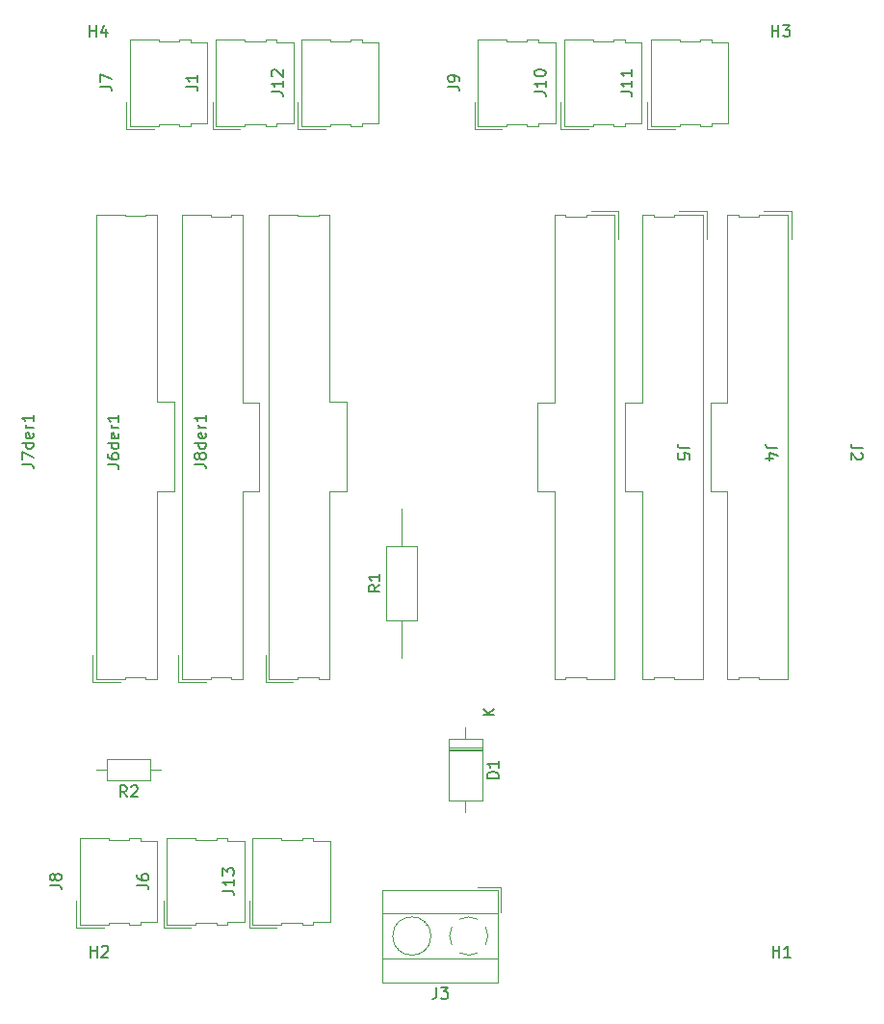
<source format=gbr>
%TF.GenerationSoftware,KiCad,Pcbnew,6.0.7+dfsg-1+b1*%
%TF.CreationDate,2022-11-15T08:53:55-05:00*%
%TF.ProjectId,esp32,65737033-322e-46b6-9963-61645f706362,rev?*%
%TF.SameCoordinates,Original*%
%TF.FileFunction,Legend,Top*%
%TF.FilePolarity,Positive*%
%FSLAX46Y46*%
G04 Gerber Fmt 4.6, Leading zero omitted, Abs format (unit mm)*
G04 Created by KiCad (PCBNEW 6.0.7+dfsg-1+b1) date 2022-11-15 08:53:55*
%MOMM*%
%LPD*%
G01*
G04 APERTURE LIST*
%ADD10C,0.150000*%
%ADD11C,0.120000*%
G04 APERTURE END LIST*
D10*
%TO.C,R1*%
X134682380Y-113946666D02*
X134206190Y-114280000D01*
X134682380Y-114518095D02*
X133682380Y-114518095D01*
X133682380Y-114137142D01*
X133730000Y-114041904D01*
X133777619Y-113994285D01*
X133872857Y-113946666D01*
X134015714Y-113946666D01*
X134110952Y-113994285D01*
X134158571Y-114041904D01*
X134206190Y-114137142D01*
X134206190Y-114518095D01*
X134682380Y-112994285D02*
X134682380Y-113565714D01*
X134682380Y-113280000D02*
X133682380Y-113280000D01*
X133825238Y-113375238D01*
X133920476Y-113470476D01*
X133968095Y-113565714D01*
%TO.C,J10*%
X148269880Y-70609523D02*
X148984166Y-70609523D01*
X149127023Y-70657142D01*
X149222261Y-70752380D01*
X149269880Y-70895238D01*
X149269880Y-70990476D01*
X149269880Y-69609523D02*
X149269880Y-70180952D01*
X149269880Y-69895238D02*
X148269880Y-69895238D01*
X148412738Y-69990476D01*
X148507976Y-70085714D01*
X148555595Y-70180952D01*
X148269880Y-68990476D02*
X148269880Y-68895238D01*
X148317500Y-68800000D01*
X148365119Y-68752380D01*
X148460357Y-68704761D01*
X148650833Y-68657142D01*
X148888928Y-68657142D01*
X149079404Y-68704761D01*
X149174642Y-68752380D01*
X149222261Y-68800000D01*
X149269880Y-68895238D01*
X149269880Y-68990476D01*
X149222261Y-69085714D01*
X149174642Y-69133333D01*
X149079404Y-69180952D01*
X148888928Y-69228571D01*
X148650833Y-69228571D01*
X148460357Y-69180952D01*
X148365119Y-69133333D01*
X148317500Y-69085714D01*
X148269880Y-68990476D01*
%TO.C,J12*%
X125152380Y-70609523D02*
X125866666Y-70609523D01*
X126009523Y-70657142D01*
X126104761Y-70752380D01*
X126152380Y-70895238D01*
X126152380Y-70990476D01*
X126152380Y-69609523D02*
X126152380Y-70180952D01*
X126152380Y-69895238D02*
X125152380Y-69895238D01*
X125295238Y-69990476D01*
X125390476Y-70085714D01*
X125438095Y-70180952D01*
X125247619Y-69228571D02*
X125200000Y-69180952D01*
X125152380Y-69085714D01*
X125152380Y-68847619D01*
X125200000Y-68752380D01*
X125247619Y-68704761D01*
X125342857Y-68657142D01*
X125438095Y-68657142D01*
X125580952Y-68704761D01*
X126152380Y-69276190D01*
X126152380Y-68657142D01*
%TO.C,R2*%
X112433333Y-132572380D02*
X112100000Y-132096190D01*
X111861904Y-132572380D02*
X111861904Y-131572380D01*
X112242857Y-131572380D01*
X112338095Y-131620000D01*
X112385714Y-131667619D01*
X112433333Y-131762857D01*
X112433333Y-131905714D01*
X112385714Y-132000952D01*
X112338095Y-132048571D01*
X112242857Y-132096190D01*
X111861904Y-132096190D01*
X112814285Y-131667619D02*
X112861904Y-131620000D01*
X112957142Y-131572380D01*
X113195238Y-131572380D01*
X113290476Y-131620000D01*
X113338095Y-131667619D01*
X113385714Y-131762857D01*
X113385714Y-131858095D01*
X113338095Y-132000952D01*
X112766666Y-132572380D01*
X113385714Y-132572380D01*
%TO.C,J6der1*%
X110739880Y-103350000D02*
X111454166Y-103350000D01*
X111597023Y-103397619D01*
X111692261Y-103492857D01*
X111739880Y-103635714D01*
X111739880Y-103730952D01*
X110739880Y-102445238D02*
X110739880Y-102635714D01*
X110787500Y-102730952D01*
X110835119Y-102778571D01*
X110977976Y-102873809D01*
X111168452Y-102921428D01*
X111549404Y-102921428D01*
X111644642Y-102873809D01*
X111692261Y-102826190D01*
X111739880Y-102730952D01*
X111739880Y-102540476D01*
X111692261Y-102445238D01*
X111644642Y-102397619D01*
X111549404Y-102350000D01*
X111311309Y-102350000D01*
X111216071Y-102397619D01*
X111168452Y-102445238D01*
X111120833Y-102540476D01*
X111120833Y-102730952D01*
X111168452Y-102826190D01*
X111216071Y-102873809D01*
X111311309Y-102921428D01*
X111739880Y-101492857D02*
X110739880Y-101492857D01*
X111692261Y-101492857D02*
X111739880Y-101588095D01*
X111739880Y-101778571D01*
X111692261Y-101873809D01*
X111644642Y-101921428D01*
X111549404Y-101969047D01*
X111263690Y-101969047D01*
X111168452Y-101921428D01*
X111120833Y-101873809D01*
X111073214Y-101778571D01*
X111073214Y-101588095D01*
X111120833Y-101492857D01*
X111692261Y-100635714D02*
X111739880Y-100730952D01*
X111739880Y-100921428D01*
X111692261Y-101016666D01*
X111597023Y-101064285D01*
X111216071Y-101064285D01*
X111120833Y-101016666D01*
X111073214Y-100921428D01*
X111073214Y-100730952D01*
X111120833Y-100635714D01*
X111216071Y-100588095D01*
X111311309Y-100588095D01*
X111406547Y-101064285D01*
X111739880Y-100159523D02*
X111073214Y-100159523D01*
X111263690Y-100159523D02*
X111168452Y-100111904D01*
X111120833Y-100064285D01*
X111073214Y-99969047D01*
X111073214Y-99873809D01*
X111739880Y-99016666D02*
X111739880Y-99588095D01*
X111739880Y-99302380D02*
X110739880Y-99302380D01*
X110882738Y-99397619D01*
X110977976Y-99492857D01*
X111025595Y-99588095D01*
%TO.C,J9*%
X140669880Y-70133333D02*
X141384166Y-70133333D01*
X141527023Y-70180952D01*
X141622261Y-70276190D01*
X141669880Y-70419047D01*
X141669880Y-70514285D01*
X141669880Y-69609523D02*
X141669880Y-69419047D01*
X141622261Y-69323809D01*
X141574642Y-69276190D01*
X141431785Y-69180952D01*
X141241309Y-69133333D01*
X140860357Y-69133333D01*
X140765119Y-69180952D01*
X140717500Y-69228571D01*
X140669880Y-69323809D01*
X140669880Y-69514285D01*
X140717500Y-69609523D01*
X140765119Y-69657142D01*
X140860357Y-69704761D01*
X141098452Y-69704761D01*
X141193690Y-69657142D01*
X141241309Y-69609523D01*
X141288928Y-69514285D01*
X141288928Y-69323809D01*
X141241309Y-69228571D01*
X141193690Y-69180952D01*
X141098452Y-69133333D01*
%TO.C,J1*%
X117669880Y-70133333D02*
X118384166Y-70133333D01*
X118527023Y-70180952D01*
X118622261Y-70276190D01*
X118669880Y-70419047D01*
X118669880Y-70514285D01*
X118669880Y-69133333D02*
X118669880Y-69704761D01*
X118669880Y-69419047D02*
X117669880Y-69419047D01*
X117812738Y-69514285D01*
X117907976Y-69609523D01*
X117955595Y-69704761D01*
%TO.C,H4*%
X109168095Y-65742380D02*
X109168095Y-64742380D01*
X109168095Y-65218571D02*
X109739523Y-65218571D01*
X109739523Y-65742380D02*
X109739523Y-64742380D01*
X110644285Y-65075714D02*
X110644285Y-65742380D01*
X110406190Y-64694761D02*
X110168095Y-65409047D01*
X110787142Y-65409047D01*
%TO.C,H2*%
X109238095Y-146652380D02*
X109238095Y-145652380D01*
X109238095Y-146128571D02*
X109809523Y-146128571D01*
X109809523Y-146652380D02*
X109809523Y-145652380D01*
X110238095Y-145747619D02*
X110285714Y-145700000D01*
X110380952Y-145652380D01*
X110619047Y-145652380D01*
X110714285Y-145700000D01*
X110761904Y-145747619D01*
X110809523Y-145842857D01*
X110809523Y-145938095D01*
X110761904Y-146080952D01*
X110190476Y-146652380D01*
X110809523Y-146652380D01*
%TO.C,J7*%
X110069880Y-70133333D02*
X110784166Y-70133333D01*
X110927023Y-70180952D01*
X111022261Y-70276190D01*
X111069880Y-70419047D01*
X111069880Y-70514285D01*
X110069880Y-69752380D02*
X110069880Y-69085714D01*
X111069880Y-69514285D01*
%TO.C,J11*%
X155869880Y-70609523D02*
X156584166Y-70609523D01*
X156727023Y-70657142D01*
X156822261Y-70752380D01*
X156869880Y-70895238D01*
X156869880Y-70990476D01*
X156869880Y-69609523D02*
X156869880Y-70180952D01*
X156869880Y-69895238D02*
X155869880Y-69895238D01*
X156012738Y-69990476D01*
X156107976Y-70085714D01*
X156155595Y-70180952D01*
X156869880Y-68657142D02*
X156869880Y-69228571D01*
X156869880Y-68942857D02*
X155869880Y-68942857D01*
X156012738Y-69038095D01*
X156107976Y-69133333D01*
X156155595Y-69228571D01*
%TO.C,H1*%
X169238095Y-146652380D02*
X169238095Y-145652380D01*
X169238095Y-146128571D02*
X169809523Y-146128571D01*
X169809523Y-146652380D02*
X169809523Y-145652380D01*
X170809523Y-146652380D02*
X170238095Y-146652380D01*
X170523809Y-146652380D02*
X170523809Y-145652380D01*
X170428571Y-145795238D01*
X170333333Y-145890476D01*
X170238095Y-145938095D01*
%TO.C,J4*%
X169635119Y-101926666D02*
X168920833Y-101926666D01*
X168777976Y-101879047D01*
X168682738Y-101783809D01*
X168635119Y-101640952D01*
X168635119Y-101545714D01*
X169301785Y-102831428D02*
X168635119Y-102831428D01*
X169682738Y-102593333D02*
X168968452Y-102355238D01*
X168968452Y-102974285D01*
%TO.C,J7der1*%
X103217380Y-103330000D02*
X103931666Y-103330000D01*
X104074523Y-103377619D01*
X104169761Y-103472857D01*
X104217380Y-103615714D01*
X104217380Y-103710952D01*
X103217380Y-102949047D02*
X103217380Y-102282380D01*
X104217380Y-102710952D01*
X104217380Y-101472857D02*
X103217380Y-101472857D01*
X104169761Y-101472857D02*
X104217380Y-101568095D01*
X104217380Y-101758571D01*
X104169761Y-101853809D01*
X104122142Y-101901428D01*
X104026904Y-101949047D01*
X103741190Y-101949047D01*
X103645952Y-101901428D01*
X103598333Y-101853809D01*
X103550714Y-101758571D01*
X103550714Y-101568095D01*
X103598333Y-101472857D01*
X104169761Y-100615714D02*
X104217380Y-100710952D01*
X104217380Y-100901428D01*
X104169761Y-100996666D01*
X104074523Y-101044285D01*
X103693571Y-101044285D01*
X103598333Y-100996666D01*
X103550714Y-100901428D01*
X103550714Y-100710952D01*
X103598333Y-100615714D01*
X103693571Y-100568095D01*
X103788809Y-100568095D01*
X103884047Y-101044285D01*
X104217380Y-100139523D02*
X103550714Y-100139523D01*
X103741190Y-100139523D02*
X103645952Y-100091904D01*
X103598333Y-100044285D01*
X103550714Y-99949047D01*
X103550714Y-99853809D01*
X104217380Y-98996666D02*
X104217380Y-99568095D01*
X104217380Y-99282380D02*
X103217380Y-99282380D01*
X103360238Y-99377619D01*
X103455476Y-99472857D01*
X103503095Y-99568095D01*
%TO.C,H3*%
X169168095Y-65742380D02*
X169168095Y-64742380D01*
X169168095Y-65218571D02*
X169739523Y-65218571D01*
X169739523Y-65742380D02*
X169739523Y-64742380D01*
X170120476Y-64742380D02*
X170739523Y-64742380D01*
X170406190Y-65123333D01*
X170549047Y-65123333D01*
X170644285Y-65170952D01*
X170691904Y-65218571D01*
X170739523Y-65313809D01*
X170739523Y-65551904D01*
X170691904Y-65647142D01*
X170644285Y-65694761D01*
X170549047Y-65742380D01*
X170263333Y-65742380D01*
X170168095Y-65694761D01*
X170120476Y-65647142D01*
%TO.C,J3*%
X139666666Y-149312380D02*
X139666666Y-150026666D01*
X139619047Y-150169523D01*
X139523809Y-150264761D01*
X139380952Y-150312380D01*
X139285714Y-150312380D01*
X140047619Y-149312380D02*
X140666666Y-149312380D01*
X140333333Y-149693333D01*
X140476190Y-149693333D01*
X140571428Y-149740952D01*
X140619047Y-149788571D01*
X140666666Y-149883809D01*
X140666666Y-150121904D01*
X140619047Y-150217142D01*
X140571428Y-150264761D01*
X140476190Y-150312380D01*
X140190476Y-150312380D01*
X140095238Y-150264761D01*
X140047619Y-150217142D01*
%TO.C,J6*%
X113352380Y-140333333D02*
X114066666Y-140333333D01*
X114209523Y-140380952D01*
X114304761Y-140476190D01*
X114352380Y-140619047D01*
X114352380Y-140714285D01*
X113352380Y-139428571D02*
X113352380Y-139619047D01*
X113400000Y-139714285D01*
X113447619Y-139761904D01*
X113590476Y-139857142D01*
X113780952Y-139904761D01*
X114161904Y-139904761D01*
X114257142Y-139857142D01*
X114304761Y-139809523D01*
X114352380Y-139714285D01*
X114352380Y-139523809D01*
X114304761Y-139428571D01*
X114257142Y-139380952D01*
X114161904Y-139333333D01*
X113923809Y-139333333D01*
X113828571Y-139380952D01*
X113780952Y-139428571D01*
X113733333Y-139523809D01*
X113733333Y-139714285D01*
X113780952Y-139809523D01*
X113828571Y-139857142D01*
X113923809Y-139904761D01*
%TO.C,J13*%
X120869880Y-140809523D02*
X121584166Y-140809523D01*
X121727023Y-140857142D01*
X121822261Y-140952380D01*
X121869880Y-141095238D01*
X121869880Y-141190476D01*
X121869880Y-139809523D02*
X121869880Y-140380952D01*
X121869880Y-140095238D02*
X120869880Y-140095238D01*
X121012738Y-140190476D01*
X121107976Y-140285714D01*
X121155595Y-140380952D01*
X120869880Y-139476190D02*
X120869880Y-138857142D01*
X121250833Y-139190476D01*
X121250833Y-139047619D01*
X121298452Y-138952380D01*
X121346071Y-138904761D01*
X121441309Y-138857142D01*
X121679404Y-138857142D01*
X121774642Y-138904761D01*
X121822261Y-138952380D01*
X121869880Y-139047619D01*
X121869880Y-139333333D01*
X121822261Y-139428571D01*
X121774642Y-139476190D01*
%TO.C,J8der1*%
X118402380Y-103330000D02*
X119116666Y-103330000D01*
X119259523Y-103377619D01*
X119354761Y-103472857D01*
X119402380Y-103615714D01*
X119402380Y-103710952D01*
X118830952Y-102710952D02*
X118783333Y-102806190D01*
X118735714Y-102853809D01*
X118640476Y-102901428D01*
X118592857Y-102901428D01*
X118497619Y-102853809D01*
X118450000Y-102806190D01*
X118402380Y-102710952D01*
X118402380Y-102520476D01*
X118450000Y-102425238D01*
X118497619Y-102377619D01*
X118592857Y-102330000D01*
X118640476Y-102330000D01*
X118735714Y-102377619D01*
X118783333Y-102425238D01*
X118830952Y-102520476D01*
X118830952Y-102710952D01*
X118878571Y-102806190D01*
X118926190Y-102853809D01*
X119021428Y-102901428D01*
X119211904Y-102901428D01*
X119307142Y-102853809D01*
X119354761Y-102806190D01*
X119402380Y-102710952D01*
X119402380Y-102520476D01*
X119354761Y-102425238D01*
X119307142Y-102377619D01*
X119211904Y-102330000D01*
X119021428Y-102330000D01*
X118926190Y-102377619D01*
X118878571Y-102425238D01*
X118830952Y-102520476D01*
X119402380Y-101472857D02*
X118402380Y-101472857D01*
X119354761Y-101472857D02*
X119402380Y-101568095D01*
X119402380Y-101758571D01*
X119354761Y-101853809D01*
X119307142Y-101901428D01*
X119211904Y-101949047D01*
X118926190Y-101949047D01*
X118830952Y-101901428D01*
X118783333Y-101853809D01*
X118735714Y-101758571D01*
X118735714Y-101568095D01*
X118783333Y-101472857D01*
X119354761Y-100615714D02*
X119402380Y-100710952D01*
X119402380Y-100901428D01*
X119354761Y-100996666D01*
X119259523Y-101044285D01*
X118878571Y-101044285D01*
X118783333Y-100996666D01*
X118735714Y-100901428D01*
X118735714Y-100710952D01*
X118783333Y-100615714D01*
X118878571Y-100568095D01*
X118973809Y-100568095D01*
X119069047Y-101044285D01*
X119402380Y-100139523D02*
X118735714Y-100139523D01*
X118926190Y-100139523D02*
X118830952Y-100091904D01*
X118783333Y-100044285D01*
X118735714Y-99949047D01*
X118735714Y-99853809D01*
X119402380Y-98996666D02*
X119402380Y-99568095D01*
X119402380Y-99282380D02*
X118402380Y-99282380D01*
X118545238Y-99377619D01*
X118640476Y-99472857D01*
X118688095Y-99568095D01*
%TO.C,J8*%
X105669880Y-140333333D02*
X106384166Y-140333333D01*
X106527023Y-140380952D01*
X106622261Y-140476190D01*
X106669880Y-140619047D01*
X106669880Y-140714285D01*
X106098452Y-139714285D02*
X106050833Y-139809523D01*
X106003214Y-139857142D01*
X105907976Y-139904761D01*
X105860357Y-139904761D01*
X105765119Y-139857142D01*
X105717500Y-139809523D01*
X105669880Y-139714285D01*
X105669880Y-139523809D01*
X105717500Y-139428571D01*
X105765119Y-139380952D01*
X105860357Y-139333333D01*
X105907976Y-139333333D01*
X106003214Y-139380952D01*
X106050833Y-139428571D01*
X106098452Y-139523809D01*
X106098452Y-139714285D01*
X106146071Y-139809523D01*
X106193690Y-139857142D01*
X106288928Y-139904761D01*
X106479404Y-139904761D01*
X106574642Y-139857142D01*
X106622261Y-139809523D01*
X106669880Y-139714285D01*
X106669880Y-139523809D01*
X106622261Y-139428571D01*
X106574642Y-139380952D01*
X106479404Y-139333333D01*
X106288928Y-139333333D01*
X106193690Y-139380952D01*
X106146071Y-139428571D01*
X106098452Y-139523809D01*
%TO.C,J5*%
X161885119Y-101926666D02*
X161170833Y-101926666D01*
X161027976Y-101879047D01*
X160932738Y-101783809D01*
X160885119Y-101640952D01*
X160885119Y-101545714D01*
X161885119Y-102879047D02*
X161885119Y-102402857D01*
X161408928Y-102355238D01*
X161456547Y-102402857D01*
X161504166Y-102498095D01*
X161504166Y-102736190D01*
X161456547Y-102831428D01*
X161408928Y-102879047D01*
X161313690Y-102926666D01*
X161075595Y-102926666D01*
X160980357Y-102879047D01*
X160932738Y-102831428D01*
X160885119Y-102736190D01*
X160885119Y-102498095D01*
X160932738Y-102402857D01*
X160980357Y-102355238D01*
%TO.C,D1*%
X145122380Y-130938095D02*
X144122380Y-130938095D01*
X144122380Y-130700000D01*
X144170000Y-130557142D01*
X144265238Y-130461904D01*
X144360476Y-130414285D01*
X144550952Y-130366666D01*
X144693809Y-130366666D01*
X144884285Y-130414285D01*
X144979523Y-130461904D01*
X145074761Y-130557142D01*
X145122380Y-130700000D01*
X145122380Y-130938095D01*
X145122380Y-129414285D02*
X145122380Y-129985714D01*
X145122380Y-129700000D02*
X144122380Y-129700000D01*
X144265238Y-129795238D01*
X144360476Y-129890476D01*
X144408095Y-129985714D01*
X144752380Y-125381904D02*
X143752380Y-125381904D01*
X144752380Y-124810476D02*
X144180952Y-125239047D01*
X143752380Y-124810476D02*
X144323809Y-125381904D01*
%TO.C,J2*%
X177112619Y-101926666D02*
X176398333Y-101926666D01*
X176255476Y-101879047D01*
X176160238Y-101783809D01*
X176112619Y-101640952D01*
X176112619Y-101545714D01*
X177017380Y-102355238D02*
X177065000Y-102402857D01*
X177112619Y-102498095D01*
X177112619Y-102736190D01*
X177065000Y-102831428D01*
X177017380Y-102879047D01*
X176922142Y-102926666D01*
X176826904Y-102926666D01*
X176684047Y-102879047D01*
X176112619Y-102307619D01*
X176112619Y-102926666D01*
D11*
%TO.C,R1*%
X137970000Y-110510000D02*
X135230000Y-110510000D01*
X136600000Y-107200000D02*
X136600000Y-110510000D01*
X135230000Y-110510000D02*
X135230000Y-117050000D01*
X137970000Y-117050000D02*
X137970000Y-110510000D01*
X135230000Y-117050000D02*
X137970000Y-117050000D01*
X136600000Y-120360000D02*
X136600000Y-117050000D01*
%TO.C,J10*%
X155237500Y-73600000D02*
X156217500Y-73600000D01*
X156217500Y-73600000D02*
X156217500Y-73340000D01*
X157717500Y-66260000D02*
X156217500Y-66260000D01*
X150897500Y-66000000D02*
X150897500Y-73600000D01*
X150597500Y-73900000D02*
X150597500Y-71490000D01*
X150897500Y-73600000D02*
X153427500Y-73600000D01*
X157717500Y-73340000D02*
X157717500Y-66260000D01*
X153427500Y-73600000D02*
X153427500Y-73470000D01*
X156217500Y-73340000D02*
X157717500Y-73340000D01*
X155237500Y-66130000D02*
X153427500Y-66130000D01*
X153427500Y-73470000D02*
X155237500Y-73470000D01*
X153427500Y-66000000D02*
X150897500Y-66000000D01*
X153007500Y-73900000D02*
X150597500Y-73900000D01*
X156217500Y-66000000D02*
X155237500Y-66000000D01*
X155237500Y-73470000D02*
X155237500Y-73600000D01*
X155237500Y-66000000D02*
X155237500Y-66130000D01*
X153427500Y-66130000D02*
X153427500Y-66000000D01*
X156217500Y-66260000D02*
X156217500Y-66000000D01*
%TO.C,J12*%
X130310000Y-73470000D02*
X132120000Y-73470000D01*
X132120000Y-73470000D02*
X132120000Y-73600000D01*
X127480000Y-73900000D02*
X127480000Y-71490000D01*
X133100000Y-66000000D02*
X132120000Y-66000000D01*
X132120000Y-66000000D02*
X132120000Y-66130000D01*
X132120000Y-73600000D02*
X133100000Y-73600000D01*
X127780000Y-73600000D02*
X130310000Y-73600000D01*
X130310000Y-66000000D02*
X127780000Y-66000000D01*
X132120000Y-66130000D02*
X130310000Y-66130000D01*
X129890000Y-73900000D02*
X127480000Y-73900000D01*
X130310000Y-66130000D02*
X130310000Y-66000000D01*
X133100000Y-73340000D02*
X134600000Y-73340000D01*
X134600000Y-66260000D02*
X133100000Y-66260000D01*
X133100000Y-73600000D02*
X133100000Y-73340000D01*
X133100000Y-66260000D02*
X133100000Y-66000000D01*
X127780000Y-66000000D02*
X127780000Y-73600000D01*
X134600000Y-73340000D02*
X134600000Y-66260000D01*
X130310000Y-73600000D02*
X130310000Y-73470000D01*
%TO.C,R2*%
X110680000Y-129280000D02*
X110680000Y-131120000D01*
X115470000Y-130200000D02*
X114520000Y-130200000D01*
X110680000Y-131120000D02*
X114520000Y-131120000D01*
X109730000Y-130200000D02*
X110680000Y-130200000D01*
X114520000Y-131120000D02*
X114520000Y-129280000D01*
X114520000Y-129280000D02*
X110680000Y-129280000D01*
%TO.C,J6der1*%
X119807500Y-81550000D02*
X119807500Y-81420000D01*
X122597500Y-105730000D02*
X124097500Y-105730000D01*
X121617500Y-81550000D02*
X119807500Y-81550000D01*
X122597500Y-81420000D02*
X121617500Y-81420000D01*
X124097500Y-97890000D02*
X122597500Y-97890000D01*
X121617500Y-122200000D02*
X122597500Y-122200000D01*
X117277500Y-81420000D02*
X117277500Y-122200000D01*
X119807500Y-122070000D02*
X121617500Y-122070000D01*
X119807500Y-122200000D02*
X119807500Y-122070000D01*
X124097500Y-105730000D02*
X124097500Y-97890000D01*
X119807500Y-81420000D02*
X117277500Y-81420000D01*
X119387500Y-122500000D02*
X116977500Y-122500000D01*
X121617500Y-122070000D02*
X121617500Y-122200000D01*
X116977500Y-122500000D02*
X116977500Y-120090000D01*
X122597500Y-122200000D02*
X122597500Y-105730000D01*
X117277500Y-122200000D02*
X119807500Y-122200000D01*
X121617500Y-81420000D02*
X121617500Y-81550000D01*
X122597500Y-97890000D02*
X122597500Y-81420000D01*
%TO.C,J9*%
X147637500Y-73600000D02*
X148617500Y-73600000D01*
X147637500Y-73470000D02*
X147637500Y-73600000D01*
X143297500Y-73600000D02*
X145827500Y-73600000D01*
X143297500Y-66000000D02*
X143297500Y-73600000D01*
X148617500Y-66260000D02*
X148617500Y-66000000D01*
X148617500Y-66000000D02*
X147637500Y-66000000D01*
X150117500Y-66260000D02*
X148617500Y-66260000D01*
X148617500Y-73340000D02*
X150117500Y-73340000D01*
X148617500Y-73600000D02*
X148617500Y-73340000D01*
X142997500Y-73900000D02*
X142997500Y-71490000D01*
X145407500Y-73900000D02*
X142997500Y-73900000D01*
X145827500Y-73600000D02*
X145827500Y-73470000D01*
X145827500Y-66000000D02*
X143297500Y-66000000D01*
X145827500Y-66130000D02*
X145827500Y-66000000D01*
X147637500Y-66000000D02*
X147637500Y-66130000D01*
X147637500Y-66130000D02*
X145827500Y-66130000D01*
X145827500Y-73470000D02*
X147637500Y-73470000D01*
X150117500Y-73340000D02*
X150117500Y-66260000D01*
%TO.C,J1*%
X124637500Y-66000000D02*
X124637500Y-66130000D01*
X125617500Y-66000000D02*
X124637500Y-66000000D01*
X122827500Y-73600000D02*
X122827500Y-73470000D01*
X127117500Y-66260000D02*
X125617500Y-66260000D01*
X122827500Y-66000000D02*
X120297500Y-66000000D01*
X125617500Y-66260000D02*
X125617500Y-66000000D01*
X122407500Y-73900000D02*
X119997500Y-73900000D01*
X124637500Y-66130000D02*
X122827500Y-66130000D01*
X125617500Y-73340000D02*
X127117500Y-73340000D01*
X125617500Y-73600000D02*
X125617500Y-73340000D01*
X122827500Y-73470000D02*
X124637500Y-73470000D01*
X120297500Y-66000000D02*
X120297500Y-73600000D01*
X120297500Y-73600000D02*
X122827500Y-73600000D01*
X124637500Y-73470000D02*
X124637500Y-73600000D01*
X122827500Y-66130000D02*
X122827500Y-66000000D01*
X119997500Y-73900000D02*
X119997500Y-71490000D01*
X124637500Y-73600000D02*
X125617500Y-73600000D01*
X127117500Y-73340000D02*
X127117500Y-66260000D01*
%TO.C,J7*%
X117037500Y-73470000D02*
X117037500Y-73600000D01*
X117037500Y-73600000D02*
X118017500Y-73600000D01*
X118017500Y-73600000D02*
X118017500Y-73340000D01*
X119517500Y-73340000D02*
X119517500Y-66260000D01*
X118017500Y-66260000D02*
X118017500Y-66000000D01*
X112397500Y-73900000D02*
X112397500Y-71490000D01*
X118017500Y-73340000D02*
X119517500Y-73340000D01*
X118017500Y-66000000D02*
X117037500Y-66000000D01*
X115227500Y-66000000D02*
X112697500Y-66000000D01*
X114807500Y-73900000D02*
X112397500Y-73900000D01*
X119517500Y-66260000D02*
X118017500Y-66260000D01*
X117037500Y-66000000D02*
X117037500Y-66130000D01*
X117037500Y-66130000D02*
X115227500Y-66130000D01*
X112697500Y-66000000D02*
X112697500Y-73600000D01*
X115227500Y-73470000D02*
X117037500Y-73470000D01*
X115227500Y-73600000D02*
X115227500Y-73470000D01*
X115227500Y-66130000D02*
X115227500Y-66000000D01*
X112697500Y-73600000D02*
X115227500Y-73600000D01*
%TO.C,J11*%
X158497500Y-73600000D02*
X161027500Y-73600000D01*
X165317500Y-73340000D02*
X165317500Y-66260000D01*
X161027500Y-73470000D02*
X162837500Y-73470000D01*
X160607500Y-73900000D02*
X158197500Y-73900000D01*
X162837500Y-73600000D02*
X163817500Y-73600000D01*
X163817500Y-73600000D02*
X163817500Y-73340000D01*
X161027500Y-66000000D02*
X158497500Y-66000000D01*
X158497500Y-66000000D02*
X158497500Y-73600000D01*
X163817500Y-66000000D02*
X162837500Y-66000000D01*
X158197500Y-73900000D02*
X158197500Y-71490000D01*
X163817500Y-66260000D02*
X163817500Y-66000000D01*
X165317500Y-66260000D02*
X163817500Y-66260000D01*
X161027500Y-66130000D02*
X161027500Y-66000000D01*
X163817500Y-73340000D02*
X165317500Y-73340000D01*
X162837500Y-73470000D02*
X162837500Y-73600000D01*
X162837500Y-66130000D02*
X161027500Y-66130000D01*
X162837500Y-66000000D02*
X162837500Y-66130000D01*
X161027500Y-73600000D02*
X161027500Y-73470000D01*
%TO.C,J4*%
X157777500Y-81410000D02*
X157777500Y-97880000D01*
X160987500Y-81110000D02*
X163397500Y-81110000D01*
X157777500Y-105720000D02*
X157777500Y-122190000D01*
X160567500Y-122190000D02*
X163097500Y-122190000D01*
X160567500Y-81540000D02*
X158757500Y-81540000D01*
X157777500Y-97880000D02*
X156277500Y-97880000D01*
X158757500Y-81540000D02*
X158757500Y-81410000D01*
X163097500Y-122190000D02*
X163097500Y-81410000D01*
X156277500Y-105720000D02*
X157777500Y-105720000D01*
X157777500Y-122190000D02*
X158757500Y-122190000D01*
X158757500Y-122060000D02*
X160567500Y-122060000D01*
X160567500Y-122060000D02*
X160567500Y-122190000D01*
X158757500Y-122190000D02*
X158757500Y-122060000D01*
X163397500Y-81110000D02*
X163397500Y-83520000D01*
X156277500Y-97880000D02*
X156277500Y-105720000D01*
X160567500Y-81410000D02*
X160567500Y-81540000D01*
X163097500Y-81410000D02*
X160567500Y-81410000D01*
X158757500Y-81410000D02*
X157777500Y-81410000D01*
%TO.C,J7der1*%
X115075000Y-105710000D02*
X116575000Y-105710000D01*
X114095000Y-122050000D02*
X114095000Y-122180000D01*
X114095000Y-81530000D02*
X112285000Y-81530000D01*
X114095000Y-81400000D02*
X114095000Y-81530000D01*
X115075000Y-97870000D02*
X115075000Y-81400000D01*
X112285000Y-122050000D02*
X114095000Y-122050000D01*
X114095000Y-122180000D02*
X115075000Y-122180000D01*
X109455000Y-122480000D02*
X109455000Y-120070000D01*
X115075000Y-122180000D02*
X115075000Y-105710000D01*
X112285000Y-81530000D02*
X112285000Y-81400000D01*
X112285000Y-81400000D02*
X109755000Y-81400000D01*
X111865000Y-122480000D02*
X109455000Y-122480000D01*
X112285000Y-122180000D02*
X112285000Y-122050000D01*
X109755000Y-122180000D02*
X112285000Y-122180000D01*
X109755000Y-81400000D02*
X109755000Y-122180000D01*
X115075000Y-81400000D02*
X114095000Y-81400000D01*
X116575000Y-97870000D02*
X115075000Y-97870000D01*
X116575000Y-105710000D02*
X116575000Y-97870000D01*
%TO.C,J3*%
X145060000Y-148860000D02*
X145060000Y-140740000D01*
X145060000Y-146800000D02*
X134940000Y-146800000D01*
X134940000Y-148860000D02*
X134940000Y-140740000D01*
X136430000Y-146075000D02*
X136489000Y-146016000D01*
X136225000Y-145869000D02*
X136319000Y-145776000D01*
X145060000Y-142800000D02*
X134940000Y-142800000D01*
X145300000Y-142740000D02*
X145300000Y-140500000D01*
X138680000Y-143824000D02*
X138774000Y-143731000D01*
X145060000Y-148860000D02*
X134940000Y-148860000D01*
X145300000Y-140500000D02*
X143300000Y-140500000D01*
X145060000Y-140740000D02*
X134940000Y-140740000D01*
X138510000Y-143584000D02*
X138569000Y-143526000D01*
X142500000Y-143120000D02*
G75*
G03*
X141711288Y-143316648I0J-1680000D01*
G01*
X143289000Y-143316000D02*
G75*
G03*
X142470617Y-143119550I-788998J-1483995D01*
G01*
X141015999Y-144011000D02*
G75*
G03*
X141016047Y-145589089I1484001J-789000D01*
G01*
X143984000Y-145589000D02*
G75*
G03*
X143983953Y-144010911I-1483995J789000D01*
G01*
X141711000Y-146284000D02*
G75*
G03*
X143289089Y-146283953I789000J1483995D01*
G01*
X139180000Y-144800000D02*
G75*
G03*
X139180000Y-144800000I-1680000J0D01*
G01*
%TO.C,J6*%
X115980000Y-143800000D02*
X118510000Y-143800000D01*
X121300000Y-136200000D02*
X120320000Y-136200000D01*
X120320000Y-136330000D02*
X118510000Y-136330000D01*
X118090000Y-144100000D02*
X115680000Y-144100000D01*
X115680000Y-144100000D02*
X115680000Y-141690000D01*
X118510000Y-143670000D02*
X120320000Y-143670000D01*
X121300000Y-136460000D02*
X121300000Y-136200000D01*
X120320000Y-143800000D02*
X121300000Y-143800000D01*
X118510000Y-136330000D02*
X118510000Y-136200000D01*
X118510000Y-143800000D02*
X118510000Y-143670000D01*
X120320000Y-143670000D02*
X120320000Y-143800000D01*
X122800000Y-136460000D02*
X121300000Y-136460000D01*
X121300000Y-143800000D02*
X121300000Y-143540000D01*
X115980000Y-136200000D02*
X115980000Y-143800000D01*
X122800000Y-143540000D02*
X122800000Y-136460000D01*
X118510000Y-136200000D02*
X115980000Y-136200000D01*
X121300000Y-143540000D02*
X122800000Y-143540000D01*
X120320000Y-136200000D02*
X120320000Y-136330000D01*
%TO.C,J13*%
X128817500Y-136200000D02*
X127837500Y-136200000D01*
X126027500Y-143800000D02*
X126027500Y-143670000D01*
X123497500Y-143800000D02*
X126027500Y-143800000D01*
X127837500Y-143800000D02*
X128817500Y-143800000D01*
X128817500Y-143800000D02*
X128817500Y-143540000D01*
X127837500Y-136200000D02*
X127837500Y-136330000D01*
X127837500Y-143670000D02*
X127837500Y-143800000D01*
X126027500Y-143670000D02*
X127837500Y-143670000D01*
X126027500Y-136330000D02*
X126027500Y-136200000D01*
X126027500Y-136200000D02*
X123497500Y-136200000D01*
X123497500Y-136200000D02*
X123497500Y-143800000D01*
X123197500Y-144100000D02*
X123197500Y-141690000D01*
X128817500Y-143540000D02*
X130317500Y-143540000D01*
X130317500Y-143540000D02*
X130317500Y-136460000D01*
X125607500Y-144100000D02*
X123197500Y-144100000D01*
X130317500Y-136460000D02*
X128817500Y-136460000D01*
X127837500Y-136330000D02*
X126027500Y-136330000D01*
X128817500Y-136460000D02*
X128817500Y-136200000D01*
%TO.C,J8der1*%
X130260000Y-122180000D02*
X130260000Y-105710000D01*
X124940000Y-81400000D02*
X124940000Y-122180000D01*
X129280000Y-122050000D02*
X129280000Y-122180000D01*
X127470000Y-122180000D02*
X127470000Y-122050000D01*
X127470000Y-81530000D02*
X127470000Y-81400000D01*
X127470000Y-122050000D02*
X129280000Y-122050000D01*
X129280000Y-81400000D02*
X129280000Y-81530000D01*
X129280000Y-122180000D02*
X130260000Y-122180000D01*
X130260000Y-97870000D02*
X130260000Y-81400000D01*
X127470000Y-81400000D02*
X124940000Y-81400000D01*
X129280000Y-81530000D02*
X127470000Y-81530000D01*
X131760000Y-105710000D02*
X131760000Y-97870000D01*
X127050000Y-122480000D02*
X124640000Y-122480000D01*
X124940000Y-122180000D02*
X127470000Y-122180000D01*
X124640000Y-122480000D02*
X124640000Y-120070000D01*
X130260000Y-81400000D02*
X129280000Y-81400000D01*
X130260000Y-105710000D02*
X131760000Y-105710000D01*
X131760000Y-97870000D02*
X130260000Y-97870000D01*
%TO.C,J8*%
X107997500Y-144100000D02*
X107997500Y-141690000D01*
X113617500Y-143540000D02*
X115117500Y-143540000D01*
X112637500Y-136330000D02*
X110827500Y-136330000D01*
X110827500Y-136330000D02*
X110827500Y-136200000D01*
X113617500Y-136200000D02*
X112637500Y-136200000D01*
X115117500Y-143540000D02*
X115117500Y-136460000D01*
X108297500Y-143800000D02*
X110827500Y-143800000D01*
X112637500Y-143800000D02*
X113617500Y-143800000D01*
X113617500Y-143800000D02*
X113617500Y-143540000D01*
X110827500Y-143670000D02*
X112637500Y-143670000D01*
X108297500Y-136200000D02*
X108297500Y-143800000D01*
X112637500Y-136200000D02*
X112637500Y-136330000D01*
X110407500Y-144100000D02*
X107997500Y-144100000D01*
X110827500Y-136200000D02*
X108297500Y-136200000D01*
X110827500Y-143800000D02*
X110827500Y-143670000D01*
X113617500Y-136460000D02*
X113617500Y-136200000D01*
X112637500Y-143670000D02*
X112637500Y-143800000D01*
X115117500Y-136460000D02*
X113617500Y-136460000D01*
%TO.C,J5*%
X151007500Y-81540000D02*
X151007500Y-81410000D01*
X152817500Y-122060000D02*
X152817500Y-122190000D01*
X150027500Y-105720000D02*
X150027500Y-122190000D01*
X148527500Y-97880000D02*
X148527500Y-105720000D01*
X152817500Y-81540000D02*
X151007500Y-81540000D01*
X150027500Y-97880000D02*
X148527500Y-97880000D01*
X150027500Y-122190000D02*
X151007500Y-122190000D01*
X155647500Y-81110000D02*
X155647500Y-83520000D01*
X153237500Y-81110000D02*
X155647500Y-81110000D01*
X151007500Y-122190000D02*
X151007500Y-122060000D01*
X155347500Y-81410000D02*
X152817500Y-81410000D01*
X151007500Y-81410000D02*
X150027500Y-81410000D01*
X150027500Y-81410000D02*
X150027500Y-97880000D01*
X152817500Y-81410000D02*
X152817500Y-81540000D01*
X152817500Y-122190000D02*
X155347500Y-122190000D01*
X151007500Y-122060000D02*
X152817500Y-122060000D01*
X155347500Y-122190000D02*
X155347500Y-81410000D01*
X148527500Y-105720000D02*
X150027500Y-105720000D01*
%TO.C,D1*%
X140730000Y-127480000D02*
X140730000Y-132920000D01*
X143670000Y-128500000D02*
X140730000Y-128500000D01*
X142200000Y-133940000D02*
X142200000Y-132920000D01*
X140730000Y-132920000D02*
X143670000Y-132920000D01*
X143670000Y-128380000D02*
X140730000Y-128380000D01*
X143670000Y-132920000D02*
X143670000Y-127480000D01*
X143670000Y-127480000D02*
X140730000Y-127480000D01*
X143670000Y-128260000D02*
X140730000Y-128260000D01*
X142200000Y-126460000D02*
X142200000Y-127480000D01*
%TO.C,J2*%
X166235000Y-122060000D02*
X168045000Y-122060000D01*
X165255000Y-105720000D02*
X165255000Y-122190000D01*
X168045000Y-122190000D02*
X170575000Y-122190000D01*
X166235000Y-81540000D02*
X166235000Y-81410000D01*
X166235000Y-122190000D02*
X166235000Y-122060000D01*
X165255000Y-122190000D02*
X166235000Y-122190000D01*
X163755000Y-97880000D02*
X163755000Y-105720000D01*
X168465000Y-81110000D02*
X170875000Y-81110000D01*
X170575000Y-81410000D02*
X168045000Y-81410000D01*
X163755000Y-105720000D02*
X165255000Y-105720000D01*
X166235000Y-81410000D02*
X165255000Y-81410000D01*
X170575000Y-122190000D02*
X170575000Y-81410000D01*
X168045000Y-81540000D02*
X166235000Y-81540000D01*
X170875000Y-81110000D02*
X170875000Y-83520000D01*
X168045000Y-81410000D02*
X168045000Y-81540000D01*
X165255000Y-81410000D02*
X165255000Y-97880000D01*
X168045000Y-122060000D02*
X168045000Y-122190000D01*
X165255000Y-97880000D02*
X163755000Y-97880000D01*
%TD*%
M02*

</source>
